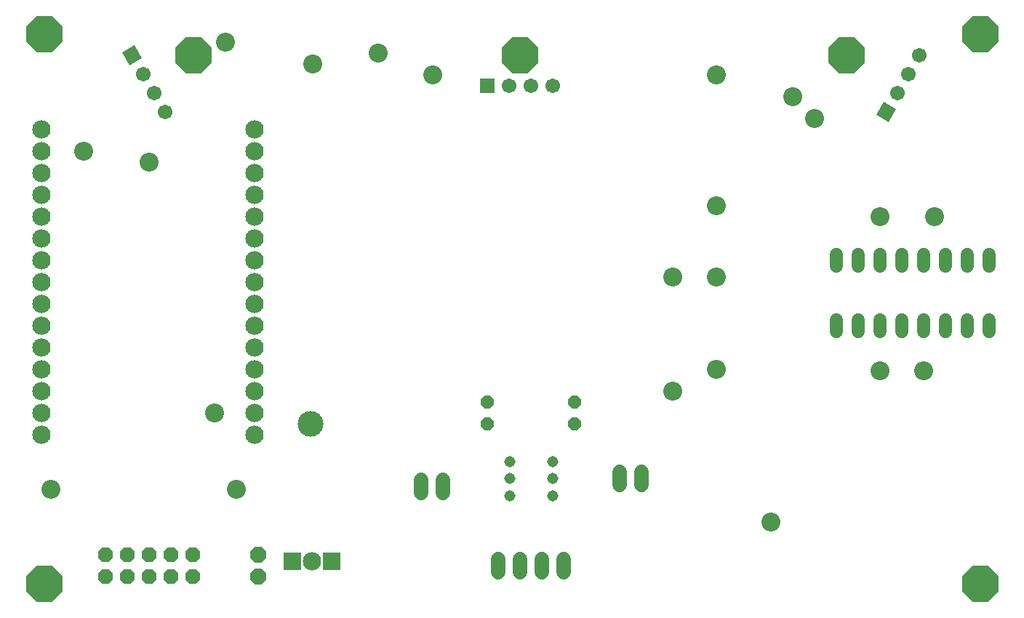
<source format=gbr>
G04 EAGLE Gerber RS-274X export*
G75*
%MOMM*%
%FSLAX34Y34*%
%LPD*%
%INSoldermask Top*%
%IPPOS*%
%AMOC8*
5,1,8,0,0,1.08239X$1,22.5*%
G01*
%ADD10C,1.524000*%
%ADD11R,1.711200X1.711200*%
%ADD12C,1.711200*%
%ADD13R,2.133600X2.133600*%
%ADD14C,2.133600*%
%ADD15C,3.003200*%
%ADD16C,1.727200*%
%ADD17P,1.649562X8X202.500000*%
%ADD18P,1.649562X8X22.500000*%
%ADD19P,1.951982X8X292.500000*%
%ADD20R,1.711200X1.711200*%
%ADD21P,1.869504X8X22.500000*%
%ADD22C,1.311200*%
%ADD23C,2.203200*%
%ADD24P,4.566820X8X22.500000*%


D10*
X952500Y323596D02*
X952500Y336804D01*
X977900Y336804D02*
X977900Y323596D01*
X1104900Y323596D02*
X1104900Y336804D01*
X1130300Y336804D02*
X1130300Y323596D01*
X1003300Y323596D02*
X1003300Y336804D01*
X1028700Y336804D02*
X1028700Y323596D01*
X1079500Y323596D02*
X1079500Y336804D01*
X1054100Y336804D02*
X1054100Y323596D01*
X1130300Y399796D02*
X1130300Y413004D01*
X1104900Y413004D02*
X1104900Y399796D01*
X1079500Y399796D02*
X1079500Y413004D01*
X1054100Y413004D02*
X1054100Y399796D01*
X1028700Y399796D02*
X1028700Y413004D01*
X1003300Y413004D02*
X1003300Y399796D01*
X977900Y399796D02*
X977900Y413004D01*
X952500Y413004D02*
X952500Y399796D01*
D11*
G36*
X998763Y576173D02*
X1007319Y590991D01*
X1022137Y582435D01*
X1013581Y567617D01*
X998763Y576173D01*
G37*
D12*
X1023150Y601301D03*
X1035850Y623299D03*
X1048550Y645296D03*
D11*
G36*
X135681Y656983D02*
X144237Y642165D01*
X129419Y633609D01*
X120863Y648427D01*
X135681Y656983D01*
G37*
D12*
X145250Y623299D03*
X157950Y601301D03*
X170650Y579304D03*
D13*
X364490Y55880D03*
D14*
X341630Y55880D03*
D13*
X318770Y55880D03*
D15*
X340360Y215900D03*
D16*
X699780Y159840D02*
X699780Y144600D01*
X725180Y144600D02*
X725180Y159840D01*
X469240Y151020D02*
X469240Y135780D01*
X494640Y135780D02*
X494640Y151020D01*
D17*
X647700Y241300D03*
X546100Y241300D03*
D18*
X546100Y215900D03*
X647700Y215900D03*
D19*
X279400Y63500D03*
X279400Y38100D03*
D14*
X275100Y203100D03*
X275100Y228500D03*
X275100Y253900D03*
X275100Y279300D03*
X275100Y304700D03*
X275100Y330100D03*
X275100Y355500D03*
X275100Y380900D03*
X275100Y406300D03*
X275100Y431700D03*
X275100Y457100D03*
X275100Y482500D03*
X275100Y507900D03*
X275100Y533300D03*
X275100Y558700D03*
X27400Y203100D03*
X27400Y228500D03*
X27400Y253900D03*
X27400Y279300D03*
X27400Y304700D03*
X27400Y330100D03*
X27400Y355500D03*
X27400Y380900D03*
X27400Y406300D03*
X27400Y431700D03*
X27400Y457100D03*
X27400Y482500D03*
X27400Y507900D03*
X27400Y533300D03*
X27400Y558700D03*
D20*
X546000Y609600D03*
D12*
X571400Y609600D03*
X596800Y609600D03*
X622200Y609600D03*
D16*
X584200Y58420D02*
X584200Y43180D01*
X609600Y43180D02*
X609600Y58420D01*
X635000Y58420D02*
X635000Y43180D01*
X558800Y43180D02*
X558800Y58420D01*
D21*
X101600Y38100D03*
X127000Y38100D03*
X152400Y38100D03*
X177800Y38100D03*
X203200Y38100D03*
X101600Y63500D03*
X127000Y63500D03*
X152400Y63500D03*
X177800Y63500D03*
X203200Y63500D03*
D22*
X621900Y132400D03*
X621900Y152400D03*
X621900Y172400D03*
X571900Y132400D03*
X571900Y152400D03*
X571900Y172400D03*
D23*
X762000Y387350D03*
X762000Y254000D03*
X241300Y660400D03*
X342900Y635000D03*
X812800Y469900D03*
X812800Y622300D03*
D24*
X204100Y645700D03*
X30000Y670000D03*
X1120000Y30000D03*
X1120000Y670000D03*
X584100Y645700D03*
X964100Y645700D03*
X30000Y30000D03*
D23*
X812800Y387350D03*
X812800Y279400D03*
X254000Y139700D03*
X38100Y139700D03*
X1003300Y278297D03*
X1054100Y278297D03*
X1003300Y457200D03*
X1066800Y457200D03*
X228600Y228600D03*
X152400Y520700D03*
X76200Y533400D03*
X901700Y596900D03*
X927100Y571500D03*
X482600Y622300D03*
X419100Y647700D03*
X876300Y101600D03*
M02*

</source>
